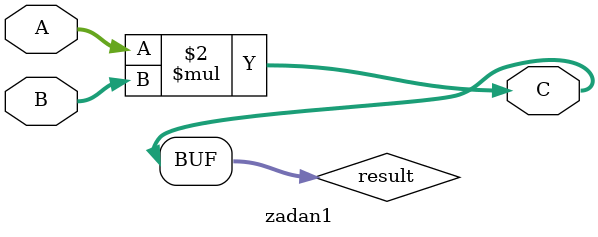
<source format=sv>
module zadan1(

// Âõîäíûå ïîðòû
input logic [7:0] A,
input logic [7:0] B,

// Âûõîäíîé ïîðò
output logic [15:0] C

);

// Îáúÿâëåíèå ðåãèñòðà äëÿ õðàíåíèÿ ðåçóëüòàòà
logic [15:0] result;

// Áëîê âñåãäà âûïîëíÿåòñÿ
always_comb begin

// Êîììåíòàðèé:
// Çäåñü ïðîèñõîäèò ñàìî âû÷èñëåíèå - óìíîæåíèå A íà B

// Óìíîæàåì A íà B
result = A * B;

// Êîììåíòàðèé:
// Â ðåçóëüòàò çàïèñûâàåì ïîìåùàåì ðåçóëüòàò óìíîæåíèÿ

end

// Êîììåíòàðèé:
// Îïåðàòîð assign êîïèðóåò çíà÷åíèå èç âíóòðåííåãî ðåãèñòðà result â âûõîä C

assign C = result;

endmodule
</source>
